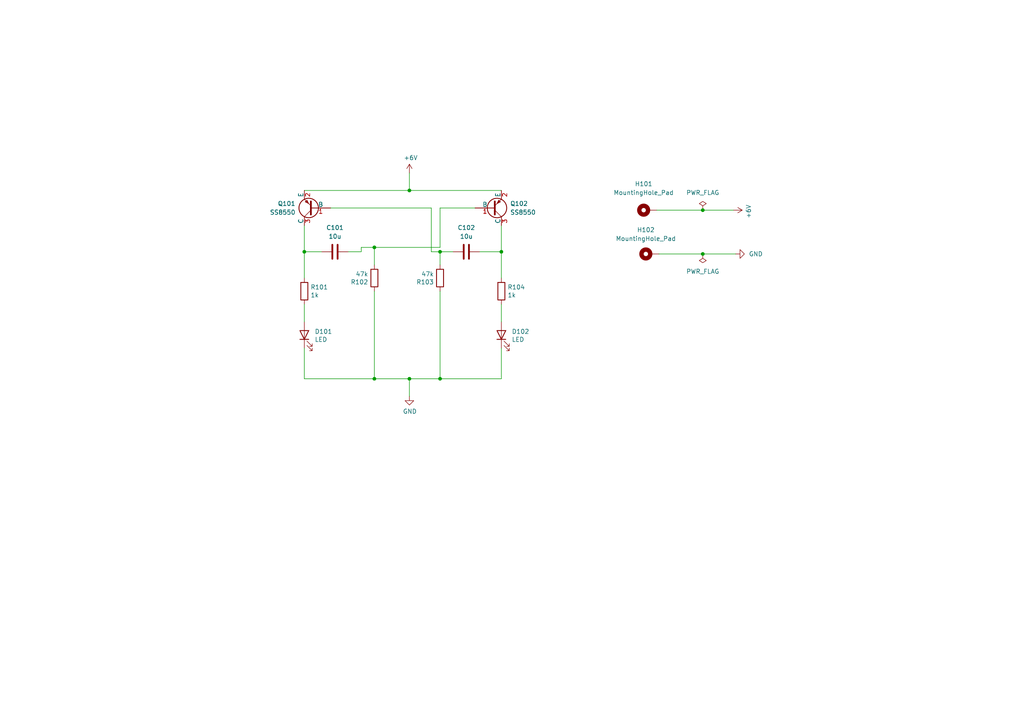
<source format=kicad_sch>
(kicad_sch (version 20211123) (generator eeschema)
  (paper "A4")
  (lib_symbols
    (symbol "Device:C" (pin_numbers hide) (pin_names (offset 0.254))
      (property "Reference" "C" (at 0.635 2.54 0))
      (property "Value" "C" (at 0.635 -2.54 0))
      (symbol "C_0_1"
        (polyline (pts (xy -2.032 -0.762) (xy 2.032 -0.762)) (stroke (width 0.508)))
        (polyline (pts (xy -2.032 0.762) (xy 2.032 0.762)) (stroke (width 0.508)))
      )
      (symbol "C_1_1"
        (pin passive line (at 0 3.81 270) (length 2.794) (name "~") (number "1"))
        (pin passive line (at 0 -3.81 90) (length 2.794) (name "~") (number "2"))
      )
    )
    (symbol "Device:LED" (pin_numbers hide) (pin_names (offset 1.016) hide)
      (property "Reference" "D" (at 0 2.54 0))
      (property "Value" "LED" (at 0 -2.54 0))
      (symbol "LED_0_1"
        (polyline (pts (xy -1.27 -1.27) (xy -1.27 1.27)) (stroke (width 0.254)))
        (polyline (pts (xy -1.27 0) (xy 1.27 0)))
        (polyline (pts (xy 1.27 -1.27) (xy 1.27 1.27) (xy -1.27 0) (xy 1.27 -1.27)) (stroke (width 0.254)))
        (polyline (pts (xy -3.048 -0.762) (xy -4.572 -2.286) (xy -3.81 -2.286) (xy -4.572 -2.286) (xy -4.572 -1.524)))
        (polyline (pts (xy -1.778 -0.762) (xy -3.302 -2.286) (xy -2.54 -2.286) (xy -3.302 -2.286) (xy -3.302 -1.524)))
      )
      (symbol "LED_1_1"
        (pin passive line (at -3.81 0 0) (length 2.54) (name "K") (number "1"))
        (pin passive line (at 3.81 0 180) (length 2.54) (name "A") (number "2"))
      )
    )
    (symbol "Device:Q_PNP_BEC" (pin_names (offset 0))
      (property "Reference" "Q" (at 5.08 1.27 0))
      (property "Value" "Q_PNP_BEC" (at 5.08 -1.27 0))
      (symbol "Q_PNP_BEC_0_1"
        (polyline (pts (xy 0.635 0.635) (xy 2.54 2.54)))
        (polyline (pts (xy 0.635 -0.635) (xy 2.54 -2.54) (xy 2.54 -2.54)))
        (polyline (pts (xy 0.635 1.905) (xy 0.635 -1.905) (xy 0.635 -1.905)) (stroke (width 0.508)))
        (polyline (pts (xy 2.286 -1.778) (xy 1.778 -2.286) (xy 1.27 -1.27) (xy 2.286 -1.778) (xy 2.286 -1.778)) (fill (type outline)))
        (circle (center 1.27 0) (radius 2.8194) (stroke (width 0.254)))
      )
      (symbol "Q_PNP_BEC_1_1"
        (pin input line (at -5.08 0 0) (length 5.715) (name "B") (number "1"))
        (pin passive line (at 2.54 -5.08 90) (length 2.54) (name "E") (number "2"))
        (pin passive line (at 2.54 5.08 270) (length 2.54) (name "C") (number "3"))
      )
    )
    (symbol "Device:R" (pin_numbers hide) (pin_names (offset 0))
      (property "Reference" "R" (at 2.032 0 90))
      (property "Value" "R" (at 0 0 90))
      (symbol "R_0_1"
        (rectangle (start -1.016 -2.54) (end 1.016 2.54) (stroke (width 0.254)))
      )
      (symbol "R_1_1"
        (pin passive line (at 0 3.81 270) (length 1.27) (name "~") (number "1"))
        (pin passive line (at 0 -3.81 90) (length 1.27) (name "~") (number "2"))
      )
    )
    (symbol "Mechanical:MountingHole_Pad" (pin_numbers hide) (pin_names (offset 1.016) hide)
      (property "Reference" "H" (at 0 6.35 0))
      (property "Value" "MountingHole_Pad" (at 0 4.445 0))
      (symbol "MountingHole_Pad_0_1"
        (circle (center 0 1.27) (radius 1.27) (stroke (width 1.27)))
      )
      (symbol "MountingHole_Pad_1_1"
        (pin input line (at 0 -2.54 90) (length 2.54) (name "1") (number "1"))
      )
    )
    (symbol "power:+6V" (power) (pin_names (offset 0))
      (property "Value" "+6V" (at 0 3.556 0))
      (symbol "+6V_0_1"
        (polyline (pts (xy -0.762 1.27) (xy 0 2.54)))
        (polyline (pts (xy 0 0) (xy 0 2.54)))
        (polyline (pts (xy 0 2.54) (xy 0.762 1.27)))
      )
      (symbol "+6V_1_1"
        (pin power_in line (at 0 0 90) (length 0) hide (name "+6V") (number "1"))
      )
    )
    (symbol "power:GND" (power) (pin_names (offset 0))
      (property "Value" "GND" (at 0 -3.81 0))
      (symbol "GND_0_1"
        (polyline (pts (xy 0 0) (xy 0 -1.27) (xy 1.27 -1.27) (xy 0 -2.54) (xy -1.27 -1.27) (xy 0 -1.27)))
      )
      (symbol "GND_1_1"
        (pin power_in line (at 0 0 270) (length 0) hide (name "GND") (number "1"))
      )
    )
    (symbol "power:PWR_FLAG" (power) (pin_numbers hide) (pin_names (offset 0) hide)
      (property "Value" "PWR_FLAG" (at 0 3.81 0))
      (symbol "PWR_FLAG_0_0"
        (pin power_out line (at 0 0 90) (length 0) (name "pwr") (number "1"))
      )
      (symbol "PWR_FLAG_0_1"
        (polyline (pts (xy 0 0) (xy 0 1.27) (xy -1.016 1.905) (xy 0 2.54) (xy 1.016 1.905) (xy 0 1.27)))
      )
    )
  )
  (junction (at 203.835 60.96))
  (junction (at 108.585 71.755))
  (junction (at 127.635 109.855))
  (junction (at 118.745 109.855))
  (junction (at 108.585 109.855))
  (junction (at 118.745 55.245))
  (junction (at 88.265 73.025))
  (junction (at 145.415 73.025))
  (junction (at 127.635 73.025))
  (junction (at 203.835 73.66))
  (wire (pts (xy 88.265 93.345) (xy 88.265 88.265)))
  (wire (pts (xy 145.415 100.965) (xy 145.415 109.855)))
  (wire (pts (xy 145.415 65.405) (xy 145.415 73.025)))
  (wire (pts (xy 108.585 109.855) (xy 118.745 109.855)))
  (wire (pts (xy 118.745 50.165) (xy 118.745 55.245)))
  (wire (pts (xy 125.095 73.025) (xy 125.095 60.325)))
  (wire (pts (xy 108.585 76.835) (xy 108.585 71.755)))
  (wire (pts (xy 104.775 71.755) (xy 108.585 71.755)))
  (wire (pts (xy 145.415 73.025) (xy 145.415 80.645)))
  (wire (pts (xy 127.635 109.855) (xy 127.635 84.455)))
  (wire (pts (xy 88.265 80.645) (xy 88.265 73.025)))
  (wire (pts (xy 118.745 55.245) (xy 145.415 55.245)))
  (wire (pts (xy 104.775 73.025) (xy 104.775 71.755)))
  (wire (pts (xy 191.135 73.66) (xy 203.835 73.66)))
  (wire (pts (xy 108.585 84.455) (xy 108.585 109.855)))
  (wire (pts (xy 127.635 60.325) (xy 137.795 60.325)))
  (wire (pts (xy 127.635 73.025) (xy 125.095 73.025)))
  (wire (pts (xy 88.265 73.025) (xy 88.265 65.405)))
  (wire (pts (xy 118.745 109.855) (xy 127.635 109.855)))
  (wire (pts (xy 139.065 73.025) (xy 145.415 73.025)))
  (wire (pts (xy 145.415 93.345) (xy 145.415 88.265)))
  (wire (pts (xy 127.635 71.755) (xy 127.635 60.325)))
  (wire (pts (xy 190.5 60.96) (xy 203.835 60.96)))
  (wire (pts (xy 203.835 60.96) (xy 212.725 60.96)))
  (wire (pts (xy 127.635 76.835) (xy 127.635 73.025)))
  (wire (pts (xy 88.265 55.245) (xy 118.745 55.245)))
  (wire (pts (xy 127.635 109.855) (xy 145.415 109.855)))
  (wire (pts (xy 131.445 73.025) (xy 127.635 73.025)))
  (wire (pts (xy 203.835 73.66) (xy 213.36 73.66)))
  (wire (pts (xy 108.585 71.755) (xy 127.635 71.755)))
  (wire (pts (xy 118.745 109.855) (xy 118.745 114.935)))
  (wire (pts (xy 88.265 109.855) (xy 108.585 109.855)))
  (wire (pts (xy 125.095 60.325) (xy 95.885 60.325)))
  (wire (pts (xy 88.265 100.965) (xy 88.265 109.855)))
  (wire (pts (xy 88.265 73.025) (xy 93.345 73.025)))
  (wire (pts (xy 100.965 73.025) (xy 104.775 73.025)))
  (symbol (lib_id "Device:Q_PNP_BEC") (at 142.875 60.325 0) (mirror x) (unit 1)
    (property "Reference" "Q102" (at 147.955 59.0549 0) (effects (justify left)))
    (property "Value" "SS8550" (at 147.955 61.5949 0) (effects (justify left)))
    (property "Footprint" "Package_TO_SOT_SMD:SOT-23" (effects hide))
    (property "Datasheet" "https://datasheet.lcsc.com/lcsc/1810161212_Jiangsu-Changjing-Electronics-Technology-Co---Ltd--SS8550-Y2_C8542.pdf" (effects hide))
    (property "LCSC" "C8542" (effects hide))
  )
  (symbol (lib_id "Device:C") (at 97.155 73.025 90) (unit 1)
    (property "Reference" "C101" (at 97.155 66.04 90))
    (property "Value" "10u" (at 97.155 68.58 90))
    (property "Footprint" "Capacitor_SMD:C_0603_1608Metric" (effects hide))
    (property "Datasheet" "https://datasheet.lcsc.com/lcsc/1810191219_Samsung-Electro-Mechanics-CL10A106KP8NNNC_C19702.pdf" (effects hide))
    (property "LCSC" "C19702" (effects hide))
  )
  (symbol (lib_id "Device:LED") (at 145.415 97.155 90) (unit 1)
    (property "Reference" "D102" (at 148.4122 96.1644 90) (effects (justify right)))
    (property "Value" "LED" (at 148.4122 98.4758 90) (effects (justify right)))
    (property "Footprint" "LED_SMD:LED_0603_1608Metric" (effects hide))
    (property "Datasheet" "https://datasheet.lcsc.com/lcsc/1811101510_Everlight-Elec-19-217-GHC-YR1S2-3T_C72043.pdf" (effects hide))
    (property "LCSC" "C72043" (effects hide))
  )
  (symbol (lib_id "Mechanical:MountingHole_Pad") (at 188.595 73.66 90) (unit 1)
    (property "Reference" "H102" (at 187.325 66.675 90))
    (property "Value" "MountingHole_Pad" (at 187.325 69.215 90))
    (property "Footprint" "TestPoint:TestPoint_Pad_2.0x2.0mm" (effects hide))
  )
  (symbol (lib_id "Device:R") (at 145.415 84.455 0) (unit 1)
    (property "Reference" "R104" (at 147.193 83.2866 0) (effects (justify left)))
    (property "Value" "1k" (at 147.193 85.598 0) (effects (justify left)))
    (property "Footprint" "Resistor_SMD:R_0603_1608Metric" (effects hide))
    (property "Datasheet" "https://datasheet.lcsc.com/lcsc/2206010130_UNI-ROYAL-Uniroyal-Elec-0603WAF1001T5E_C21190.pdf" (effects hide))
    (property "LCSC" "C21190" (effects hide))
  )
  (symbol (lib_id "power:PWR_FLAG") (at 203.835 73.66 180) (unit 1)
    (property "Reference" "#FLG0102" (effects hide))
    (property "Value" "PWR_FLAG" (at 203.835 78.74 0))
  )
  (symbol (lib_id "power:PWR_FLAG") (at 203.835 60.96 0) (unit 1)
    (property "Reference" "#FLG0101" (effects hide))
    (property "Value" "PWR_FLAG" (at 203.835 55.88 0))
  )
  (symbol (lib_id "power:GND") (at 213.36 73.66 90) (unit 1)
    (property "Reference" "#PWR0104" (effects hide))
    (property "Value" "GND" (at 217.17 73.6599 90) (effects (justify right)))
  )
  (symbol (lib_id "Device:R") (at 88.265 84.455 0) (unit 1)
    (property "Reference" "R101" (at 90.043 83.2866 0) (effects (justify left)))
    (property "Value" "1k" (at 90.043 85.598 0) (effects (justify left)))
    (property "Footprint" "Resistor_SMD:R_0603_1608Metric" (effects hide))
    (property "Datasheet" "https://datasheet.lcsc.com/lcsc/2206010130_UNI-ROYAL-Uniroyal-Elec-0603WAF1001T5E_C21190.pdf" (effects hide))
    (property "LCSC" "C21190" (effects hide))
  )
  (symbol (lib_id "Device:LED") (at 88.265 97.155 90) (unit 1)
    (property "Reference" "D101" (at 91.2622 96.1644 90) (effects (justify right)))
    (property "Value" "LED" (at 91.2622 98.4758 90) (effects (justify right)))
    (property "Footprint" "LED_SMD:LED_0603_1608Metric" (effects hide))
    (property "Datasheet" "https://datasheet.lcsc.com/lcsc/1811101510_Everlight-Elec-19-217-GHC-YR1S2-3T_C72043.pdf" (effects hide))
    (property "LCSC" "C72043" (effects hide))
  )
  (symbol (lib_id "power:+6V") (at 212.725 60.96 270) (unit 1)
    (property "Reference" "#PWR0103" (effects hide))
    (property "Value" "+6V" (at 217.1192 61.341 0))
  )
  (symbol (lib_id "Device:C") (at 135.255 73.025 90) (unit 1)
    (property "Reference" "C102" (at 135.255 66.04 90))
    (property "Value" "10u" (at 135.255 68.58 90))
    (property "Footprint" "Capacitor_SMD:C_0603_1608Metric" (effects hide))
    (property "Datasheet" "https://datasheet.lcsc.com/lcsc/1810191219_Samsung-Electro-Mechanics-CL10A106KP8NNNC_C19702.pdf" (effects hide))
    (property "LCSC" "C19702" (effects hide))
  )
  (symbol (lib_id "power:+6V") (at 118.745 50.165 0) (unit 1)
    (property "Reference" "#PWR0101" (effects hide))
    (property "Value" "+6V" (at 119.126 45.7708 0))
  )
  (symbol (lib_id "Device:Q_PNP_BEC") (at 90.805 60.325 180) (unit 1)
    (property "Reference" "Q101" (at 85.725 59.0549 0) (effects (justify left)))
    (property "Value" "SS8550" (at 85.725 61.5949 0) (effects (justify left)))
    (property "Footprint" "Package_TO_SOT_SMD:SOT-23" (effects hide))
    (property "Datasheet" "https://datasheet.lcsc.com/lcsc/1810161212_Jiangsu-Changjing-Electronics-Technology-Co---Ltd--SS8550-Y2_C8542.pdf" (effects hide))
    (property "LCSC" "C8542" (effects hide))
  )
  (symbol (lib_id "Device:R") (at 127.635 80.645 180) (unit 1)
    (property "Reference" "R103" (at 125.857 81.8134 0) (effects (justify left)))
    (property "Value" "47k" (at 125.857 79.502 0) (effects (justify left)))
    (property "Footprint" "Resistor_SMD:R_0603_1608Metric" (effects hide))
    (property "Datasheet" "https://datasheet.lcsc.com/lcsc/2206010045_UNI-ROYAL-Uniroyal-Elec-0603WAF4702T5E_C25819.pdf" (effects hide))
    (property "LCSC" "C25819" (effects hide))
  )
  (symbol (lib_id "Mechanical:MountingHole_Pad") (at 187.96 60.96 90) (unit 1)
    (property "Reference" "H101" (at 186.69 53.34 90))
    (property "Value" "MountingHole_Pad" (at 186.69 55.88 90))
    (property "Footprint" "TestPoint:TestPoint_Pad_2.0x2.0mm" (effects hide))
  )
  (symbol (lib_id "power:GND") (at 118.745 114.935 0) (unit 1)
    (property "Reference" "#PWR0102" (effects hide))
    (property "Value" "GND" (at 118.872 119.3292 0))
  )
  (symbol (lib_id "Device:R") (at 108.585 80.645 180) (unit 1)
    (property "Reference" "R102" (at 106.807 81.8134 0) (effects (justify left)))
    (property "Value" "47k" (at 106.807 79.502 0) (effects (justify left)))
    (property "Footprint" "Resistor_SMD:R_0603_1608Metric" (effects hide))
    (property "Datasheet" "https://datasheet.lcsc.com/lcsc/2206010045_UNI-ROYAL-Uniroyal-Elec-0603WAF4702T5E_C25819.pdf" (effects hide))
    (property "LCSC" "C25819" (effects hide))
  )
)
</source>
